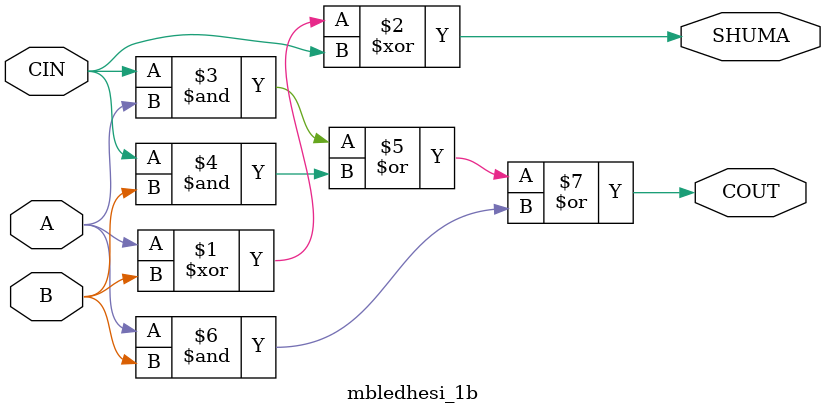
<source format=v>

module mbledhesi_1b(
    input A,
    input B,
    input CIN,
    output COUT,
    output SHUMA
    );
    
    assign SHUMA = A ^ B ^CIN ;
    assign COUT = CIN & A | CIN & B | A & B;
endmodule

</source>
